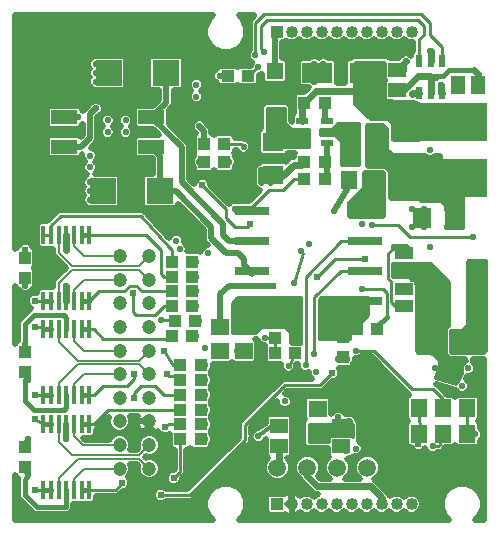
<source format=gbl>
G75*
G70*
%OFA0B0*%
%FSLAX24Y24*%
%IPPOS*%
%LPD*%
%AMOC8*
5,1,8,0,0,1.08239X$1,22.5*
%
%ADD10R,0.0433X0.0394*%
%ADD11R,0.0236X0.0413*%
%ADD12R,0.0591X0.0512*%
%ADD13R,0.0512X0.0591*%
%ADD14R,0.0591X0.0551*%
%ADD15R,0.0551X0.0591*%
%ADD16R,0.0551X0.0551*%
%ADD17R,0.0394X0.0433*%
%ADD18C,0.0472*%
%ADD19R,0.0394X0.0197*%
%ADD20R,0.0709X0.0630*%
%ADD21R,0.3228X0.1299*%
%ADD22R,0.0984X0.0669*%
%ADD23R,0.0400X0.0400*%
%ADD24C,0.0400*%
%ADD25R,0.0591X0.0394*%
%ADD26R,0.0591X0.1299*%
%ADD27R,0.0630X0.0709*%
%ADD28R,0.0138X0.0630*%
%ADD29R,0.1181X0.0315*%
%ADD30R,0.0890X0.0850*%
%ADD31R,0.0870X0.0472*%
%ADD32C,0.0218*%
%ADD33C,0.0098*%
%ADD34C,0.0237*%
%ADD35C,0.0197*%
%ADD36C,0.0591*%
%ADD37C,0.0217*%
%ADD38C,0.0160*%
%ADD39C,0.0157*%
%ADD40C,0.0138*%
%ADD41C,0.0059*%
%ADD42C,0.0079*%
D10*
X021433Y015583D03*
X022102Y015583D03*
X023992Y014697D03*
X024661Y014697D03*
X025756Y007162D03*
X026426Y007162D03*
D11*
X027822Y015026D03*
X028196Y015026D03*
X028570Y015026D03*
X028570Y016089D03*
X028196Y016089D03*
X027822Y016089D03*
D12*
X027080Y015793D03*
X027080Y015123D03*
X025212Y003910D03*
X025212Y003241D03*
X023145Y003241D03*
X023145Y003910D03*
D13*
X025527Y012926D03*
X026275Y012926D03*
X026275Y013713D03*
X025527Y013713D03*
X029110Y015288D03*
X029779Y015288D03*
D14*
X021964Y007227D03*
X021177Y007227D03*
X021177Y006420D03*
X021964Y006420D03*
X024429Y004497D03*
X024429Y003690D03*
D15*
X027801Y003654D03*
X028608Y003654D03*
X029415Y003654D03*
X029415Y004520D03*
X028608Y004520D03*
X027801Y004520D03*
X026289Y012116D03*
X025482Y012116D03*
D16*
X023007Y014245D03*
X023007Y015741D03*
D17*
X021314Y013319D03*
X021314Y012729D03*
X020645Y012729D03*
X020645Y013319D03*
X023992Y012729D03*
X023992Y012138D03*
X024661Y012138D03*
X024661Y012729D03*
X020232Y009382D03*
X020232Y008890D03*
X020232Y008398D03*
X020232Y007906D03*
X020330Y007414D03*
X020232Y006922D03*
X019563Y006922D03*
X019661Y007414D03*
X019563Y007906D03*
X019563Y008398D03*
X019563Y008890D03*
X019563Y009382D03*
X019858Y005937D03*
X019858Y005445D03*
X019858Y004953D03*
X019858Y004461D03*
X019858Y003969D03*
X019858Y003477D03*
X020527Y003477D03*
X020527Y003969D03*
X020527Y004461D03*
X020527Y004953D03*
X020527Y005445D03*
X020527Y005937D03*
X023007Y006331D03*
X023007Y006863D03*
X023677Y006863D03*
X023677Y006331D03*
X025271Y006213D03*
X025271Y006882D03*
X014681Y006371D03*
X014681Y005701D03*
X014681Y003221D03*
X014681Y002552D03*
X014681Y008851D03*
X014681Y009520D03*
D18*
X017830Y009579D03*
X017830Y008792D03*
X017830Y008004D03*
X017830Y007217D03*
X017830Y006430D03*
X017830Y005642D03*
X017830Y004855D03*
X017830Y004067D03*
X017830Y003280D03*
X017830Y002493D03*
X018814Y002493D03*
X018814Y003280D03*
X018814Y004067D03*
X018814Y004855D03*
X018814Y005642D03*
X018814Y006430D03*
X018814Y007217D03*
X018814Y008004D03*
X018814Y008792D03*
X018814Y009579D03*
D19*
X023913Y013339D03*
X023913Y013713D03*
X023913Y014087D03*
X024740Y014087D03*
X024740Y013713D03*
X024740Y013339D03*
D20*
X022948Y013378D03*
X022948Y012276D03*
D21*
X028460Y012197D03*
X028460Y014048D03*
D22*
X026000Y015682D03*
X024425Y015682D03*
D23*
X023061Y017060D03*
X023061Y001311D03*
D24*
X023561Y001311D03*
X024061Y001311D03*
X024561Y001311D03*
X025061Y001311D03*
X025561Y001311D03*
X026061Y001311D03*
X026561Y001311D03*
X027061Y001311D03*
X027561Y001311D03*
X027561Y017060D03*
X027061Y017060D03*
X026561Y017060D03*
X026061Y017060D03*
X025561Y017060D03*
X025061Y017060D03*
X024561Y017060D03*
X024061Y017060D03*
X023561Y017060D03*
D25*
X027299Y009678D03*
X027299Y009087D03*
X027299Y008497D03*
X027299Y007906D03*
D26*
X029779Y008792D03*
D27*
X029011Y010859D03*
X027909Y010859D03*
X028047Y006764D03*
X029149Y006764D03*
D28*
X016826Y007138D03*
X016570Y007138D03*
X016314Y007138D03*
X016059Y007138D03*
X015803Y007138D03*
X015547Y007138D03*
X015291Y007138D03*
X015291Y008083D03*
X015547Y008083D03*
X015803Y008083D03*
X016059Y008083D03*
X016314Y008083D03*
X016570Y008083D03*
X016826Y008083D03*
X016826Y010288D03*
X016570Y010288D03*
X016314Y010288D03*
X016059Y010288D03*
X015803Y010288D03*
X015547Y010288D03*
X015291Y010288D03*
X015291Y004934D03*
X015547Y004934D03*
X015803Y004934D03*
X016059Y004934D03*
X016314Y004934D03*
X016570Y004934D03*
X016826Y004934D03*
X016826Y003989D03*
X016570Y003989D03*
X016314Y003989D03*
X016059Y003989D03*
X015803Y003989D03*
X015547Y003989D03*
X015291Y003989D03*
X015291Y001784D03*
X015547Y001784D03*
X015803Y001784D03*
X016059Y001784D03*
X016314Y001784D03*
X016570Y001784D03*
X016826Y001784D03*
D29*
X022240Y008079D03*
X022240Y009079D03*
X022240Y010079D03*
X022240Y011079D03*
X026019Y011079D03*
X026019Y010079D03*
X026019Y009079D03*
X026019Y008079D03*
D30*
X019184Y011745D03*
X017264Y011745D03*
X017461Y015682D03*
X019381Y015682D03*
D31*
X018893Y014205D03*
X018893Y013221D03*
X015980Y013221D03*
X015980Y014205D03*
D32*
X016452Y014205D03*
X017043Y014500D03*
X017437Y014107D03*
X017437Y013713D03*
X018027Y013713D03*
X018027Y014107D03*
X017043Y015386D03*
X017043Y015682D03*
X017043Y015977D03*
X016846Y012926D03*
X016846Y012532D03*
X016846Y012040D03*
X016846Y011745D03*
X016846Y011449D03*
X016059Y009776D03*
X016059Y008595D03*
X014681Y008595D03*
X014779Y005445D03*
X014779Y003477D03*
X014779Y002296D03*
X016059Y003477D03*
X019208Y007453D03*
X020389Y007906D03*
X020389Y008398D03*
X020389Y008890D03*
X020370Y009382D03*
X020783Y009678D03*
X019838Y009815D03*
X019720Y010091D03*
X021669Y011154D03*
X022555Y012040D03*
X022850Y012040D03*
X022555Y012434D03*
X021964Y013221D03*
X021472Y012729D03*
X020488Y012729D03*
X020488Y013910D03*
X020389Y014894D03*
X020389Y015288D03*
X021177Y015583D03*
X022456Y015878D03*
X022358Y016272D03*
X022653Y016371D03*
X024326Y015977D03*
X024622Y015977D03*
X024326Y015386D03*
X025311Y013910D03*
X025311Y013516D03*
X025311Y013123D03*
X025311Y012729D03*
X026098Y012926D03*
X026492Y012926D03*
X026492Y013516D03*
X026177Y013516D03*
X025704Y013910D03*
X027574Y014993D03*
X028165Y015583D03*
X028559Y015288D03*
X029051Y015091D03*
X028185Y016410D03*
X027377Y016075D03*
X028165Y013123D03*
X026492Y011646D03*
X026295Y011351D03*
X026098Y011646D03*
X025901Y010662D03*
X026255Y010603D03*
X026984Y009874D03*
X027377Y009874D03*
X027574Y010563D03*
X027968Y010563D03*
X027968Y011154D03*
X027574Y011154D03*
X028755Y011154D03*
X029248Y011154D03*
X029248Y010563D03*
X028755Y010563D03*
X029602Y010209D03*
X029937Y009382D03*
X029937Y008831D03*
X029937Y008300D03*
X028165Y009874D03*
X025901Y008497D03*
X024720Y008004D03*
X024720Y007611D03*
X024326Y006311D03*
X024031Y005937D03*
X023460Y005918D03*
X024385Y005701D03*
X025114Y006154D03*
X025409Y006154D03*
X025704Y006430D03*
X024444Y004422D03*
X025114Y004205D03*
X025488Y004067D03*
X025704Y003162D03*
X025389Y003083D03*
X023342Y004737D03*
X022456Y003575D03*
X020685Y003477D03*
X020685Y003969D03*
X020685Y004461D03*
X020685Y004953D03*
X020685Y005445D03*
X020685Y005937D03*
X020685Y006528D03*
X020980Y006528D03*
X020389Y006922D03*
X020488Y007414D03*
X021728Y006410D03*
X022673Y006863D03*
X023342Y007611D03*
X023342Y008004D03*
X023637Y008693D03*
X023874Y009737D03*
X024129Y009973D03*
X024976Y011075D03*
X028657Y005937D03*
X028559Y005642D03*
X028342Y005839D03*
X028854Y005544D03*
X028952Y005839D03*
X029444Y005839D03*
X029248Y005249D03*
X029681Y003634D03*
X028263Y003241D03*
D33*
X028460Y003241D01*
X028618Y003556D01*
X028608Y003654D01*
X027830Y003595D02*
X027825Y003556D01*
X027801Y003654D01*
X027830Y003595D02*
X027801Y004520D01*
X027574Y005150D02*
X026295Y006430D01*
X025704Y006430D01*
X025507Y006823D02*
X024475Y006823D01*
X024475Y008140D01*
X024536Y008201D01*
X026098Y008201D01*
X026098Y007611D01*
X025803Y007315D01*
X025507Y007119D01*
X025507Y006823D01*
X025507Y006827D02*
X024475Y006827D01*
X024475Y006924D02*
X025507Y006924D01*
X025507Y007021D02*
X024475Y007021D01*
X024475Y007118D02*
X025507Y007118D01*
X025652Y007215D02*
X024475Y007215D01*
X024475Y007312D02*
X025797Y007312D01*
X025896Y007409D02*
X024475Y007409D01*
X024475Y007506D02*
X025993Y007506D01*
X026090Y007603D02*
X024475Y007603D01*
X024475Y007700D02*
X026098Y007700D01*
X026098Y007797D02*
X024475Y007797D01*
X024475Y007894D02*
X026098Y007894D01*
X026098Y007991D02*
X024475Y007991D01*
X024475Y008088D02*
X026098Y008088D01*
X026098Y008185D02*
X024519Y008185D01*
X024326Y008201D02*
X025212Y009087D01*
X026011Y009087D01*
X026019Y009079D01*
X026000Y009481D02*
X025015Y009481D01*
X024425Y008890D01*
X024031Y008890D02*
X025212Y010071D01*
X026011Y010071D01*
X026019Y010079D01*
X026255Y010603D02*
X027122Y010603D01*
X027515Y010209D01*
X029602Y010209D01*
X029444Y009461D02*
X030033Y009461D01*
X030033Y006427D01*
X029956Y006351D01*
X028893Y006351D01*
X028854Y006390D01*
X028854Y007099D01*
X029208Y007099D01*
X029405Y007296D01*
X029405Y009422D01*
X029444Y009461D01*
X029429Y009445D02*
X030033Y009445D01*
X030033Y009348D02*
X029405Y009348D01*
X029405Y009251D02*
X030033Y009251D01*
X030033Y009154D02*
X029405Y009154D01*
X029405Y009057D02*
X030033Y009057D01*
X030033Y008960D02*
X029405Y008960D01*
X029405Y008863D02*
X030033Y008863D01*
X030033Y008766D02*
X029405Y008766D01*
X029405Y008669D02*
X030033Y008669D01*
X030033Y008572D02*
X029405Y008572D01*
X029405Y008476D02*
X030033Y008476D01*
X030033Y008379D02*
X029405Y008379D01*
X029405Y008282D02*
X030033Y008282D01*
X030033Y008185D02*
X029405Y008185D01*
X029405Y008088D02*
X030033Y008088D01*
X030033Y007991D02*
X029405Y007991D01*
X029405Y007894D02*
X030033Y007894D01*
X030033Y007797D02*
X029405Y007797D01*
X029405Y007700D02*
X030033Y007700D01*
X030033Y007603D02*
X029405Y007603D01*
X029405Y007506D02*
X030033Y007506D01*
X030033Y007409D02*
X029405Y007409D01*
X029405Y007312D02*
X030033Y007312D01*
X030033Y007215D02*
X029324Y007215D01*
X029227Y007118D02*
X030033Y007118D01*
X030033Y007021D02*
X028854Y007021D01*
X028854Y006924D02*
X030033Y006924D01*
X030033Y006827D02*
X028854Y006827D01*
X028854Y006730D02*
X030033Y006730D01*
X030033Y006633D02*
X028854Y006633D01*
X028854Y006536D02*
X030033Y006536D01*
X030033Y006439D02*
X028854Y006439D01*
X028705Y006439D02*
X027712Y006439D01*
X027712Y006430D02*
X027712Y008634D01*
X027693Y008653D01*
X027693Y008734D01*
X027635Y008793D01*
X027554Y008793D01*
X027476Y008871D01*
X026938Y008871D01*
X026916Y008893D01*
X026916Y009343D01*
X028185Y009343D01*
X028814Y008713D01*
X028814Y007247D01*
X028792Y007247D01*
X028705Y007160D01*
X028705Y006329D01*
X028792Y006242D01*
X028832Y006202D01*
X028955Y006202D01*
X029323Y006202D01*
X029405Y006115D01*
X029379Y006047D01*
X029358Y006047D01*
X029236Y005925D01*
X029236Y005753D01*
X029259Y005730D01*
X029150Y005445D01*
X029039Y005335D01*
X029039Y005304D01*
X028342Y005524D01*
X028500Y006075D01*
X028224Y006351D01*
X027791Y006351D01*
X027712Y006430D01*
X027712Y006536D02*
X028705Y006536D01*
X028705Y006633D02*
X027712Y006633D01*
X027712Y006730D02*
X028705Y006730D01*
X028705Y006827D02*
X027712Y006827D01*
X027712Y006924D02*
X028705Y006924D01*
X028705Y007021D02*
X027712Y007021D01*
X027712Y007118D02*
X028705Y007118D01*
X028760Y007215D02*
X027712Y007215D01*
X027712Y007312D02*
X028814Y007312D01*
X028814Y007409D02*
X027712Y007409D01*
X027712Y007506D02*
X028814Y007506D01*
X028814Y007603D02*
X027712Y007603D01*
X027712Y007700D02*
X028814Y007700D01*
X028814Y007797D02*
X027712Y007797D01*
X027712Y007894D02*
X028814Y007894D01*
X028814Y007991D02*
X027712Y007991D01*
X027712Y008088D02*
X028814Y008088D01*
X028814Y008185D02*
X027712Y008185D01*
X027712Y008282D02*
X028814Y008282D01*
X028814Y008379D02*
X027712Y008379D01*
X027712Y008476D02*
X028814Y008476D01*
X028814Y008572D02*
X027712Y008572D01*
X027693Y008669D02*
X028814Y008669D01*
X028761Y008766D02*
X027661Y008766D01*
X027483Y008863D02*
X028664Y008863D01*
X028567Y008960D02*
X026916Y008960D01*
X026916Y009057D02*
X028470Y009057D01*
X028373Y009154D02*
X026916Y009154D01*
X026916Y009251D02*
X028276Y009251D01*
X026984Y009874D02*
X026767Y009658D01*
X026767Y008831D01*
X026885Y008713D01*
X026885Y008044D01*
X027023Y007906D01*
X027299Y007906D01*
X026728Y007563D02*
X026728Y008359D01*
X026610Y008497D01*
X025901Y008497D01*
X024326Y008201D02*
X024326Y006311D01*
X024031Y005937D02*
X024031Y008890D01*
X023637Y008693D02*
X023933Y009678D01*
X023874Y009737D01*
X023883Y008201D02*
X023883Y006647D01*
X023539Y006647D01*
X023539Y007020D01*
X023342Y007217D01*
X022555Y007217D01*
X022358Y007020D01*
X021571Y007020D01*
X021571Y007544D01*
X021570Y007544D01*
X021570Y008004D01*
X021767Y008201D01*
X023883Y008201D01*
X023883Y008185D02*
X021751Y008185D01*
X021654Y008088D02*
X023883Y008088D01*
X023883Y007991D02*
X021570Y007991D01*
X021570Y007894D02*
X023883Y007894D01*
X023883Y007797D02*
X021570Y007797D01*
X021570Y007700D02*
X023883Y007700D01*
X023883Y007603D02*
X021570Y007603D01*
X021571Y007506D02*
X023883Y007506D01*
X023883Y007409D02*
X021571Y007409D01*
X021571Y007312D02*
X023883Y007312D01*
X023883Y007215D02*
X023344Y007215D01*
X023441Y007118D02*
X023883Y007118D01*
X023883Y007021D02*
X023538Y007021D01*
X023539Y006924D02*
X023883Y006924D01*
X023883Y006827D02*
X023539Y006827D01*
X023539Y006730D02*
X023883Y006730D01*
X023677Y006331D02*
X023460Y005918D01*
X023007Y006331D02*
X023007Y006863D01*
X022673Y006863D01*
X022456Y007118D02*
X021571Y007118D01*
X021571Y007215D02*
X022553Y007215D01*
X022359Y007021D02*
X021571Y007021D01*
X021865Y007119D02*
X021866Y007145D01*
X021871Y007170D01*
X021879Y007195D01*
X021890Y007218D01*
X021904Y007240D01*
X021921Y007260D01*
X021941Y007277D01*
X021963Y007291D01*
X021986Y007302D01*
X022011Y007310D01*
X022036Y007315D01*
X022062Y007316D01*
X021964Y006420D02*
X021728Y006410D01*
X021177Y006420D02*
X020980Y006528D01*
X019858Y005937D02*
X019622Y005937D01*
X019326Y006430D01*
X019503Y006823D02*
X019563Y006882D01*
X019563Y006922D01*
X019503Y006823D02*
X017279Y006823D01*
X016964Y007138D01*
X016826Y007138D01*
X016826Y008083D02*
X017141Y008398D01*
X017988Y008398D01*
X018185Y008595D01*
X018381Y008595D01*
X018578Y008398D01*
X019563Y008398D01*
X019563Y008890D02*
X019307Y008890D01*
X019208Y008989D01*
X019208Y009776D01*
X018696Y010288D01*
X016826Y010288D01*
X015862Y010918D02*
X015547Y010603D01*
X015547Y010288D01*
X015291Y010288D01*
X015862Y010918D02*
X018539Y010918D01*
X019464Y009894D01*
X019563Y009796D01*
X019563Y009382D01*
X018263Y008359D02*
X018263Y007729D01*
X018381Y007611D01*
X019011Y007611D01*
X019326Y007926D01*
X019543Y007926D01*
X019563Y007906D01*
X019602Y007493D02*
X019563Y007453D01*
X019208Y007453D01*
X019602Y007493D02*
X019661Y007434D01*
X019661Y007414D01*
X019405Y005642D02*
X019464Y005583D01*
X019661Y005583D01*
X019858Y005445D01*
X019858Y004953D02*
X019307Y004953D01*
X019011Y005249D01*
X018539Y005249D01*
X018303Y005012D01*
X018303Y004855D01*
X018066Y005249D02*
X017279Y005249D01*
X016964Y004934D01*
X016826Y004934D01*
X017437Y004461D02*
X016964Y003989D01*
X016826Y003989D01*
X017437Y004461D02*
X019858Y004461D01*
X019858Y003969D02*
X019464Y003969D01*
X019346Y003871D01*
X019858Y003477D02*
X019858Y002394D01*
X019641Y002178D01*
X019208Y001607D02*
X020173Y001607D01*
X022003Y003437D01*
X022003Y003949D01*
X023342Y005288D01*
X024523Y005288D01*
X024917Y005682D01*
X025114Y006154D02*
X025271Y006213D01*
X025606Y003969D02*
X024129Y003969D01*
X024129Y003378D01*
X024818Y003378D01*
X024818Y003538D01*
X024876Y003596D01*
X025548Y003596D01*
X025606Y003538D01*
X025606Y003969D01*
X025606Y003918D02*
X024129Y003918D01*
X024129Y003821D02*
X025606Y003821D01*
X025606Y003724D02*
X024129Y003724D01*
X024129Y003627D02*
X025606Y003627D01*
X024818Y003530D02*
X024129Y003530D01*
X024129Y003433D02*
X024818Y003433D01*
X023145Y003241D02*
X023145Y002611D01*
X023066Y002532D01*
X023082Y002532D01*
X023090Y002524D01*
X027791Y003319D02*
X027825Y003556D01*
X028608Y004520D02*
X028608Y004806D01*
X028263Y005150D01*
X027574Y005150D01*
X028354Y005566D02*
X029196Y005566D01*
X029159Y005469D02*
X028515Y005469D01*
X028382Y005663D02*
X029233Y005663D01*
X029236Y005760D02*
X028410Y005760D01*
X028437Y005857D02*
X029236Y005857D01*
X029265Y005954D02*
X028465Y005954D01*
X028493Y006051D02*
X029381Y006051D01*
X029373Y006148D02*
X028427Y006148D01*
X028330Y006245D02*
X028789Y006245D01*
X028705Y006342D02*
X028233Y006342D01*
X028822Y005373D02*
X029077Y005373D01*
X029415Y004520D02*
X029415Y003654D01*
X029681Y003634D01*
X027968Y010563D02*
X027909Y010859D01*
X025803Y012630D02*
X025212Y012630D01*
X025212Y013418D01*
X025015Y013615D01*
X024523Y013615D01*
X025803Y013615D01*
X025803Y013712D02*
X024523Y013712D01*
X024523Y013809D02*
X025803Y013809D01*
X025803Y013906D02*
X025011Y013906D01*
X024917Y013811D02*
X025114Y014008D01*
X025803Y014008D01*
X025803Y012630D01*
X025803Y012645D02*
X025212Y012645D01*
X025212Y012742D02*
X025803Y012742D01*
X025803Y012839D02*
X025212Y012839D01*
X025212Y012936D02*
X025803Y012936D01*
X025803Y013033D02*
X025212Y013033D01*
X025212Y013130D02*
X025803Y013130D01*
X025803Y013227D02*
X025212Y013227D01*
X025212Y013324D02*
X025803Y013324D01*
X025803Y013421D02*
X025209Y013421D01*
X025112Y013518D02*
X025803Y013518D01*
X025527Y013713D02*
X025704Y013910D01*
X025803Y014003D02*
X025108Y014003D01*
X024917Y013811D02*
X024523Y013811D01*
X024523Y013615D01*
X024129Y013615D02*
X022751Y013615D01*
X022751Y013712D02*
X024129Y013712D01*
X024129Y013809D02*
X022751Y013809D01*
X022751Y013906D02*
X023445Y013906D01*
X023539Y013811D02*
X024129Y013811D01*
X024129Y013221D01*
X022751Y013221D01*
X022751Y014500D01*
X023342Y014500D01*
X023342Y014008D01*
X023539Y013811D01*
X023348Y014003D02*
X022751Y014003D01*
X022751Y014100D02*
X023342Y014100D01*
X023342Y014197D02*
X022751Y014197D01*
X022751Y014294D02*
X023342Y014294D01*
X023342Y014391D02*
X022751Y014391D01*
X022751Y014488D02*
X023342Y014488D01*
X022751Y013518D02*
X024129Y013518D01*
X024129Y013421D02*
X022751Y013421D01*
X022751Y013324D02*
X024129Y013324D01*
X024129Y013227D02*
X022751Y013227D01*
X021964Y013221D02*
X021866Y013319D01*
X021314Y013319D01*
X021314Y012729D02*
X021472Y012729D01*
X020586Y011941D02*
X021374Y011154D01*
X021374Y010859D01*
X021669Y010563D01*
X022063Y010563D01*
X022161Y010662D01*
X022165Y011154D02*
X022795Y011784D01*
X023283Y011784D01*
X023637Y012138D01*
X024031Y012138D01*
X025311Y013123D02*
X025527Y012926D01*
X024425Y015682D02*
X024326Y015977D01*
X022653Y016371D02*
X022555Y016469D01*
X022555Y017256D01*
X022751Y017453D01*
X027771Y017453D01*
X027968Y017256D01*
X027968Y016961D01*
X027822Y016815D01*
X027822Y016089D01*
X028570Y016089D02*
X028570Y016556D01*
X028165Y016961D01*
X028165Y017355D01*
X027870Y017650D01*
X022653Y017650D01*
X022358Y017355D01*
X022358Y016272D01*
X022456Y015878D02*
X022102Y015583D01*
X021433Y015583D02*
X021177Y015583D01*
X017461Y015682D02*
X017043Y015682D01*
X016846Y011745D02*
X017264Y011745D01*
X015291Y008083D02*
X014996Y008083D01*
X014996Y007217D02*
X015311Y007217D01*
X015311Y007158D01*
X015291Y007138D01*
X015291Y004934D02*
X014996Y004934D01*
X014996Y004146D02*
X015291Y003989D01*
X015291Y001784D02*
X014996Y001784D01*
X016826Y001784D02*
X017712Y001784D01*
X017909Y002020D01*
X018066Y005249D02*
X018303Y005485D01*
X018303Y005642D01*
D34*
X018303Y005642D03*
X018303Y004855D03*
X019346Y003871D03*
X020389Y002886D03*
X019641Y002178D03*
X019208Y001607D03*
X017909Y002020D03*
X014996Y001784D03*
X014996Y004146D03*
X014996Y004934D03*
X014681Y006626D03*
X014996Y007217D03*
X014996Y008083D03*
X014681Y009776D03*
X014484Y012138D03*
X014484Y013319D03*
X014484Y014500D03*
X014484Y015682D03*
X020586Y011941D03*
X022161Y010662D03*
X022948Y008595D03*
X024425Y008890D03*
X026000Y009481D03*
X024917Y005682D03*
X027791Y003319D03*
X021866Y007119D03*
X019405Y005642D03*
X019326Y006430D03*
X018263Y008359D03*
D35*
X014338Y002271D02*
X014338Y000772D01*
X020949Y000772D01*
X020796Y000925D01*
X020692Y001176D01*
X020692Y001447D01*
X020796Y001698D01*
X020987Y001889D01*
X021238Y001993D01*
X021509Y001993D01*
X021760Y001889D01*
X021951Y001698D01*
X022055Y001447D01*
X022055Y001176D01*
X021951Y000925D01*
X021798Y000772D01*
X028823Y000772D01*
X028670Y000925D01*
X028566Y001176D01*
X028566Y001447D01*
X028670Y001698D01*
X028861Y001889D01*
X029112Y001993D01*
X029383Y001993D01*
X029634Y001889D01*
X029825Y001698D01*
X029929Y001447D01*
X029929Y001176D01*
X029825Y000925D01*
X029672Y000772D01*
X029983Y000772D01*
X029983Y006153D01*
X029604Y006153D01*
X029619Y006121D01*
X029601Y006075D01*
X029601Y006047D01*
X029663Y005985D01*
X029702Y005890D01*
X029702Y005788D01*
X029663Y005693D01*
X029590Y005621D01*
X029496Y005582D01*
X029413Y005582D01*
X029373Y005475D01*
X029393Y005467D01*
X029466Y005394D01*
X029505Y005300D01*
X029505Y005197D01*
X029466Y005103D01*
X029393Y005030D01*
X029299Y004991D01*
X029196Y004991D01*
X029102Y005030D01*
X029035Y005098D01*
X029025Y005101D01*
X028392Y005301D01*
X028461Y005232D01*
X028729Y004964D01*
X028945Y004964D01*
X029011Y004897D01*
X029078Y004964D01*
X029752Y004964D01*
X029839Y004877D01*
X029839Y004163D01*
X029763Y004087D01*
X029839Y004011D01*
X029839Y003840D01*
X029899Y003780D01*
X029938Y003686D01*
X029938Y003583D01*
X029899Y003489D01*
X029839Y003429D01*
X029839Y003297D01*
X029752Y003210D01*
X029078Y003210D01*
X029011Y003277D01*
X028945Y003210D01*
X028666Y003210D01*
X028658Y003194D01*
X028658Y003159D01*
X028623Y003124D01*
X028600Y003079D01*
X028567Y003068D01*
X028542Y003043D01*
X028492Y003043D01*
X028445Y003027D01*
X028424Y003038D01*
X028409Y003022D01*
X028314Y002983D01*
X028212Y002983D01*
X028118Y003022D01*
X028045Y003095D01*
X028016Y003166D01*
X027942Y003093D01*
X027844Y003052D01*
X027738Y003052D01*
X027640Y003093D01*
X027564Y003168D01*
X027547Y003210D01*
X027464Y003210D01*
X027377Y003297D01*
X027377Y004011D01*
X027453Y004087D01*
X027377Y004163D01*
X027377Y004877D01*
X027464Y004964D01*
X027481Y004964D01*
X026213Y006232D01*
X025871Y006232D01*
X025850Y006211D01*
X025755Y006172D01*
X025666Y006172D01*
X025666Y006103D01*
X025627Y006008D01*
X025616Y005998D01*
X025616Y005935D01*
X025529Y005848D01*
X025128Y005848D01*
X025143Y005833D01*
X025184Y005735D01*
X025184Y005628D01*
X025143Y005530D01*
X025068Y005455D01*
X024970Y005414D01*
X024929Y005414D01*
X024605Y005090D01*
X024441Y005090D01*
X023424Y005090D01*
X023328Y004994D01*
X023393Y004994D01*
X023488Y004955D01*
X023560Y004882D01*
X023599Y004788D01*
X023599Y004685D01*
X023560Y004591D01*
X023488Y004519D01*
X023393Y004479D01*
X023291Y004479D01*
X023196Y004519D01*
X023124Y004591D01*
X023085Y004685D01*
X023085Y004751D01*
X022201Y003867D01*
X022201Y003632D01*
X022238Y003721D01*
X022310Y003793D01*
X022405Y003833D01*
X022439Y003833D01*
X022701Y004027D01*
X022701Y004227D01*
X022788Y004314D01*
X023502Y004314D01*
X023589Y004227D01*
X023589Y003593D01*
X023572Y003575D01*
X023589Y003558D01*
X023589Y002923D01*
X023502Y002836D01*
X023405Y002836D01*
X023466Y002775D01*
X023534Y002612D01*
X023534Y002436D01*
X023466Y002273D01*
X023341Y002148D01*
X023178Y002080D01*
X023002Y002080D01*
X022839Y002148D01*
X022714Y002273D01*
X022646Y002436D01*
X022646Y002612D01*
X022714Y002775D01*
X022782Y002843D01*
X022701Y002923D01*
X022701Y003486D01*
X022696Y003483D01*
X022674Y003429D01*
X022602Y003357D01*
X022507Y003318D01*
X022405Y003318D01*
X022310Y003357D01*
X022238Y003429D01*
X022201Y003519D01*
X022201Y003356D01*
X022085Y003240D01*
X020255Y001409D01*
X020091Y001409D01*
X019388Y001409D01*
X019359Y001380D01*
X019261Y001340D01*
X019155Y001340D01*
X019057Y001380D01*
X018982Y001455D01*
X018941Y001554D01*
X018941Y001660D01*
X018982Y001758D01*
X019057Y001833D01*
X019155Y001874D01*
X019261Y001874D01*
X019359Y001833D01*
X019388Y001804D01*
X020091Y001804D01*
X021806Y003519D01*
X021806Y003867D01*
X021806Y004031D01*
X023260Y005485D01*
X023424Y005485D01*
X024237Y005485D01*
X024167Y005555D01*
X024128Y005650D01*
X024128Y005699D01*
X024082Y005680D01*
X023980Y005680D01*
X023885Y005719D01*
X023813Y005792D01*
X023774Y005886D01*
X023774Y005966D01*
X023717Y005966D01*
X023717Y005867D01*
X023678Y005772D01*
X023606Y005700D01*
X023511Y005660D01*
X023409Y005660D01*
X023314Y005700D01*
X023242Y005772D01*
X023203Y005867D01*
X023203Y005966D01*
X022749Y005966D01*
X022662Y006053D01*
X022662Y006605D01*
X022622Y006605D01*
X022527Y006645D01*
X022455Y006717D01*
X022415Y006811D01*
X022415Y006823D01*
X022342Y006823D01*
X022408Y006757D01*
X022408Y006083D01*
X022321Y005996D01*
X021607Y005996D01*
X021570Y006033D01*
X021533Y005996D01*
X020939Y005996D01*
X020942Y005989D01*
X020942Y005886D01*
X020903Y005792D01*
X020872Y005761D01*
X020872Y005659D01*
X020872Y005621D01*
X020903Y005591D01*
X020942Y005497D01*
X020942Y005394D01*
X020903Y005300D01*
X020872Y005269D01*
X020872Y005231D01*
X020872Y005129D01*
X020903Y005099D01*
X020942Y005004D01*
X020942Y004902D01*
X020903Y004807D01*
X020872Y004777D01*
X020872Y004739D01*
X020872Y004637D01*
X020903Y004607D01*
X020942Y004512D01*
X020942Y004410D01*
X020903Y004315D01*
X020872Y004285D01*
X020872Y004247D01*
X020872Y004145D01*
X020903Y004115D01*
X020942Y004020D01*
X020942Y003918D01*
X020903Y003823D01*
X020872Y003793D01*
X020872Y003755D01*
X020872Y003653D01*
X020903Y003623D01*
X020942Y003528D01*
X020942Y003426D01*
X020903Y003331D01*
X020872Y003301D01*
X020872Y003199D01*
X020785Y003112D01*
X020269Y003112D01*
X020192Y003188D01*
X020116Y003112D01*
X020055Y003112D01*
X020055Y002476D01*
X020055Y002312D01*
X019908Y002165D01*
X019908Y002124D01*
X019868Y002026D01*
X019793Y001951D01*
X019694Y001910D01*
X019588Y001910D01*
X019490Y001951D01*
X019415Y002026D01*
X019374Y002124D01*
X019374Y002231D01*
X019415Y002329D01*
X019490Y002404D01*
X019588Y002445D01*
X019629Y002445D01*
X019660Y002476D01*
X019660Y003112D01*
X019599Y003112D01*
X019513Y003199D01*
X019513Y003659D01*
X019497Y003644D01*
X019399Y003603D01*
X019293Y003603D01*
X019195Y003644D01*
X019119Y003719D01*
X019108Y003746D01*
X019098Y003736D01*
X019042Y003696D01*
X018981Y003665D01*
X018931Y003648D01*
X019032Y003606D01*
X019141Y003498D01*
X019199Y003356D01*
X019199Y003203D01*
X019141Y003062D01*
X019032Y002954D01*
X018891Y002895D01*
X018738Y002895D01*
X018698Y002912D01*
X018672Y002886D01*
X018698Y002861D01*
X018738Y002877D01*
X018891Y002877D01*
X019032Y002819D01*
X019141Y002710D01*
X019199Y002569D01*
X019199Y002416D01*
X019141Y002275D01*
X019032Y002166D01*
X018891Y002108D01*
X018738Y002108D01*
X018597Y002166D01*
X018488Y002275D01*
X018430Y002416D01*
X018430Y002569D01*
X018446Y002609D01*
X018406Y002649D01*
X018182Y002649D01*
X018215Y002569D01*
X018215Y002416D01*
X018156Y002275D01*
X018094Y002213D01*
X018135Y002171D01*
X018176Y002073D01*
X018176Y001967D01*
X018135Y001869D01*
X018060Y001794D01*
X017962Y001753D01*
X017944Y001753D01*
X017910Y001712D01*
X017910Y001702D01*
X017858Y001651D01*
X017812Y001595D01*
X017801Y001594D01*
X017794Y001586D01*
X017721Y001586D01*
X017648Y001580D01*
X017641Y001586D01*
X017044Y001586D01*
X017044Y001407D01*
X016957Y001321D01*
X016701Y001321D01*
X016445Y001321D01*
X016286Y001321D01*
X016286Y001119D01*
X016153Y000986D01*
X015964Y000986D01*
X014980Y000986D01*
X014847Y001119D01*
X014453Y001513D01*
X014453Y001701D01*
X014453Y002062D01*
X014435Y002116D01*
X014453Y002153D01*
X014453Y002187D01*
X014422Y002187D01*
X014338Y002271D01*
X014338Y002087D02*
X014445Y002087D01*
X014453Y001892D02*
X014338Y001892D01*
X014338Y001696D02*
X014453Y001696D01*
X014465Y001501D02*
X014338Y001501D01*
X014338Y001306D02*
X014660Y001306D01*
X014856Y001110D02*
X014338Y001110D01*
X014338Y000915D02*
X020806Y000915D01*
X020719Y001110D02*
X016277Y001110D01*
X016286Y001306D02*
X020692Y001306D01*
X020586Y001213D02*
X020586Y001508D01*
X021275Y002197D01*
X022751Y002197D01*
X023145Y001804D01*
X023637Y001804D01*
X023637Y001705D01*
X023539Y001607D01*
X023539Y001311D01*
X023560Y001311D02*
X023409Y001311D01*
X023409Y001312D01*
X023560Y001312D01*
X023560Y001710D01*
X023521Y001710D01*
X023444Y001695D01*
X023372Y001665D01*
X023339Y001643D01*
X023322Y001660D01*
X022799Y001660D01*
X022712Y001573D01*
X022712Y001050D01*
X022799Y000963D01*
X023322Y000963D01*
X023339Y000980D01*
X023372Y000958D01*
X023444Y000928D01*
X023521Y000913D01*
X023560Y000913D01*
X023560Y001311D01*
X023560Y001312D01*
X023561Y001312D01*
X023561Y001710D01*
X023600Y001710D01*
X023677Y001695D01*
X023749Y001665D01*
X023814Y001621D01*
X023846Y001590D01*
X023863Y001607D01*
X023991Y001660D01*
X024130Y001660D01*
X024258Y001607D01*
X024311Y001554D01*
X024363Y001607D01*
X024456Y001645D01*
X024374Y001645D01*
X024279Y001684D01*
X024207Y001757D01*
X023872Y002091D01*
X023851Y002143D01*
X023839Y002148D01*
X023714Y002273D01*
X023646Y002436D01*
X023646Y002612D01*
X023714Y002775D01*
X023839Y002900D01*
X024002Y002968D01*
X024178Y002968D01*
X024341Y002900D01*
X024466Y002775D01*
X024534Y002612D01*
X024534Y002436D01*
X024466Y002273D01*
X024442Y002248D01*
X024531Y002159D01*
X024828Y002159D01*
X024714Y002273D01*
X024646Y002436D01*
X024646Y002612D01*
X024714Y002775D01*
X024815Y002877D01*
X024768Y002923D01*
X024768Y003181D01*
X024211Y003181D01*
X024048Y003181D01*
X023932Y003297D01*
X023932Y004051D01*
X024013Y004132D01*
X023986Y004160D01*
X023986Y004834D01*
X024073Y004921D01*
X024786Y004921D01*
X024873Y004834D01*
X024873Y004314D01*
X024880Y004314D01*
X024896Y004351D01*
X024968Y004423D01*
X025062Y004462D01*
X025165Y004462D01*
X025259Y004423D01*
X025332Y004351D01*
X025347Y004314D01*
X025411Y004314D01*
X025436Y004325D01*
X025539Y004325D01*
X025564Y004314D01*
X025569Y004314D01*
X025572Y004311D01*
X025633Y004286D01*
X025706Y004213D01*
X025721Y004177D01*
X025736Y004162D01*
X025736Y004141D01*
X025745Y004119D01*
X025745Y004109D01*
X025803Y004051D01*
X025803Y003460D01*
X025803Y003399D01*
X025850Y003380D01*
X025922Y003308D01*
X025962Y003213D01*
X025962Y003111D01*
X025922Y003016D01*
X025850Y002944D01*
X025755Y002905D01*
X025653Y002905D01*
X025642Y002909D01*
X025569Y002836D01*
X025466Y002836D01*
X025440Y002826D01*
X025416Y002826D01*
X025466Y002775D01*
X025534Y002612D01*
X025534Y002436D01*
X025466Y002273D01*
X025352Y002159D01*
X025828Y002159D01*
X025714Y002273D01*
X025646Y002436D01*
X025646Y002612D01*
X025714Y002775D01*
X025839Y002900D01*
X026002Y002968D01*
X026178Y002968D01*
X026341Y002900D01*
X026466Y002775D01*
X026534Y002612D01*
X026534Y002436D01*
X026466Y002273D01*
X026341Y002148D01*
X026307Y002134D01*
X026342Y002120D01*
X026735Y001726D01*
X026808Y001654D01*
X026838Y001581D01*
X026863Y001607D01*
X026991Y001660D01*
X027130Y001660D01*
X027258Y001607D01*
X027311Y001554D01*
X027363Y001607D01*
X027491Y001660D01*
X027630Y001660D01*
X027758Y001607D01*
X027856Y001509D01*
X027909Y001381D01*
X027909Y001242D01*
X027856Y001114D01*
X027758Y001016D01*
X027630Y000963D01*
X027491Y000963D01*
X027363Y001016D01*
X027311Y001069D01*
X027258Y001016D01*
X027130Y000963D01*
X026991Y000963D01*
X026863Y001016D01*
X026811Y001069D01*
X026758Y001016D01*
X026630Y000963D01*
X026491Y000963D01*
X026363Y001016D01*
X026311Y001069D01*
X026258Y001016D01*
X026130Y000963D01*
X025991Y000963D01*
X025863Y001016D01*
X025811Y001069D01*
X025758Y001016D01*
X025630Y000963D01*
X025491Y000963D01*
X025363Y001016D01*
X025311Y001069D01*
X025258Y001016D01*
X025130Y000963D01*
X024991Y000963D01*
X024863Y001016D01*
X024811Y001069D01*
X024758Y001016D01*
X024630Y000963D01*
X024491Y000963D01*
X024363Y001016D01*
X024311Y001069D01*
X024258Y001016D01*
X024130Y000963D01*
X023991Y000963D01*
X023863Y001016D01*
X023846Y001033D01*
X023814Y001002D01*
X023749Y000958D01*
X023677Y000928D01*
X023600Y000913D01*
X023561Y000913D01*
X023561Y001311D01*
X023560Y001311D01*
X023560Y001306D02*
X023561Y001306D01*
X023560Y001501D02*
X023561Y001501D01*
X023560Y001696D02*
X023561Y001696D01*
X023667Y001696D02*
X024267Y001696D01*
X024072Y001892D02*
X021753Y001892D01*
X021952Y001696D02*
X023454Y001696D01*
X023195Y002087D02*
X023876Y002087D01*
X023710Y002283D02*
X023470Y002283D01*
X023534Y002478D02*
X023646Y002478D01*
X023672Y002673D02*
X023508Y002673D01*
X023534Y002869D02*
X023807Y002869D01*
X023589Y003064D02*
X024768Y003064D01*
X024807Y002869D02*
X024373Y002869D01*
X024508Y002673D02*
X024672Y002673D01*
X024646Y002478D02*
X024534Y002478D01*
X024470Y002283D02*
X024710Y002283D01*
X025470Y002283D02*
X025710Y002283D01*
X025646Y002478D02*
X025534Y002478D01*
X025508Y002673D02*
X025672Y002673D01*
X025601Y002869D02*
X025807Y002869D01*
X025942Y003064D02*
X027709Y003064D01*
X027873Y003064D02*
X028076Y003064D01*
X028563Y003064D02*
X029983Y003064D01*
X029983Y002869D02*
X026373Y002869D01*
X026508Y002673D02*
X029983Y002673D01*
X029983Y002478D02*
X026534Y002478D01*
X026470Y002283D02*
X029983Y002283D01*
X029983Y002087D02*
X026374Y002087D01*
X026196Y001902D02*
X026196Y001882D01*
X026570Y001508D01*
X026765Y001696D02*
X028669Y001696D01*
X028588Y001501D02*
X027859Y001501D01*
X027909Y001306D02*
X028566Y001306D01*
X028593Y001110D02*
X027852Y001110D01*
X028680Y000915D02*
X023609Y000915D01*
X023561Y000915D02*
X023560Y000915D01*
X023512Y000915D02*
X021941Y000915D01*
X022028Y001110D02*
X022712Y001110D01*
X022712Y001306D02*
X022055Y001306D01*
X022033Y001501D02*
X022712Y001501D01*
X022985Y002087D02*
X020933Y002087D01*
X020994Y001892D02*
X020737Y001892D01*
X020795Y001696D02*
X020542Y001696D01*
X020714Y001501D02*
X020347Y001501D01*
X020586Y001213D02*
X020389Y001016D01*
X018913Y001016D01*
X018618Y001311D01*
X018618Y001705D01*
X018913Y002000D01*
X019011Y002000D01*
X019307Y002296D01*
X019307Y002000D01*
X019405Y001902D01*
X019996Y001902D01*
X019996Y002000D01*
X020586Y002591D01*
X020586Y002689D01*
X020389Y002886D01*
X020055Y002869D02*
X021155Y002869D01*
X020960Y002673D02*
X020055Y002673D01*
X020055Y002478D02*
X020765Y002478D01*
X020569Y002283D02*
X020026Y002283D01*
X019893Y002087D02*
X020374Y002087D01*
X020178Y001892D02*
X018145Y001892D01*
X018170Y002087D02*
X019389Y002087D01*
X019396Y002283D02*
X019144Y002283D01*
X019307Y002296D02*
X019405Y002394D01*
X019405Y002493D01*
X019307Y002591D01*
X019307Y003378D01*
X019011Y003674D01*
X018814Y003871D01*
X018814Y004067D01*
X018380Y004067D01*
X018380Y004033D01*
X018391Y003966D01*
X018412Y003901D01*
X018443Y003840D01*
X018483Y003784D01*
X018531Y003736D01*
X018587Y003696D01*
X018648Y003665D01*
X018698Y003648D01*
X018597Y003606D01*
X018488Y003498D01*
X018430Y003356D01*
X018430Y003203D01*
X018446Y003164D01*
X018406Y003123D01*
X018182Y003123D01*
X018215Y003203D01*
X018215Y003356D01*
X018156Y003498D01*
X018048Y003606D01*
X017907Y003665D01*
X017754Y003665D01*
X017612Y003606D01*
X017504Y003498D01*
X017488Y003458D01*
X016683Y003458D01*
X016616Y003525D01*
X016696Y003525D01*
X016957Y003525D01*
X017044Y003612D01*
X017044Y003791D01*
X017046Y003791D01*
X017162Y003907D01*
X017479Y004224D01*
X017446Y004144D01*
X017446Y003991D01*
X017504Y003849D01*
X017612Y003741D01*
X017754Y003683D01*
X017907Y003683D01*
X018048Y003741D01*
X018156Y003849D01*
X018215Y003991D01*
X018215Y004144D01*
X018165Y004263D01*
X018427Y004263D01*
X018412Y004234D01*
X018391Y004169D01*
X018380Y004102D01*
X018380Y004068D01*
X018814Y004068D01*
X018814Y004067D01*
X018815Y004067D01*
X018815Y003665D01*
X018814Y003665D01*
X018814Y004067D01*
X018814Y004041D02*
X018815Y004041D01*
X018814Y003871D02*
X018618Y003674D01*
X019011Y003674D01*
X018938Y003650D02*
X019188Y003650D01*
X019158Y003455D02*
X019513Y003455D01*
X019504Y003650D02*
X019513Y003650D01*
X019307Y003378D02*
X019405Y003280D01*
X019405Y002493D01*
X019199Y002478D02*
X019660Y002478D01*
X019660Y002673D02*
X019156Y002673D01*
X018911Y002869D02*
X019660Y002869D01*
X019660Y003064D02*
X019141Y003064D01*
X019199Y003260D02*
X019513Y003260D01*
X020055Y003064D02*
X021351Y003064D01*
X021546Y003260D02*
X020872Y003260D01*
X020942Y003455D02*
X021741Y003455D01*
X021806Y003650D02*
X020875Y003650D01*
X020912Y003846D02*
X021806Y003846D01*
X021816Y004041D02*
X020933Y004041D01*
X020872Y004237D02*
X022011Y004237D01*
X022207Y004432D02*
X020942Y004432D01*
X020882Y004627D02*
X022402Y004627D01*
X022597Y004823D02*
X020909Y004823D01*
X020936Y005018D02*
X022793Y005018D01*
X022988Y005214D02*
X020872Y005214D01*
X020942Y005409D02*
X023184Y005409D01*
X023231Y005800D02*
X020906Y005800D01*
X020889Y005604D02*
X024147Y005604D01*
X023810Y005800D02*
X023690Y005800D01*
X023352Y005018D02*
X027427Y005018D01*
X027377Y004823D02*
X024873Y004823D01*
X024873Y004627D02*
X027377Y004627D01*
X027377Y004432D02*
X025239Y004432D01*
X024989Y004432D02*
X024873Y004432D01*
X024728Y005214D02*
X027231Y005214D01*
X027036Y005409D02*
X024924Y005409D01*
X025174Y005604D02*
X026841Y005604D01*
X026645Y005800D02*
X025157Y005800D01*
X025616Y005995D02*
X026450Y005995D01*
X026254Y006191D02*
X025799Y006191D01*
X025682Y004237D02*
X027377Y004237D01*
X027407Y004041D02*
X025803Y004041D01*
X025803Y003846D02*
X027377Y003846D01*
X027377Y003650D02*
X025803Y003650D01*
X025803Y003455D02*
X027377Y003455D01*
X027414Y003260D02*
X025942Y003260D01*
X026570Y001892D02*
X028868Y001892D01*
X029627Y001892D02*
X029983Y001892D01*
X029983Y001696D02*
X029826Y001696D01*
X029907Y001501D02*
X029983Y001501D01*
X029983Y001306D02*
X029929Y001306D01*
X029902Y001110D02*
X029983Y001110D01*
X029983Y000915D02*
X029815Y000915D01*
X029801Y003260D02*
X029983Y003260D01*
X029983Y003455D02*
X029865Y003455D01*
X029938Y003650D02*
X029983Y003650D01*
X029983Y003846D02*
X029839Y003846D01*
X029808Y004041D02*
X029983Y004041D01*
X029983Y004237D02*
X029839Y004237D01*
X029839Y004432D02*
X029983Y004432D01*
X029983Y004627D02*
X029839Y004627D01*
X029839Y004823D02*
X029983Y004823D01*
X029983Y005018D02*
X029364Y005018D01*
X029131Y005018D02*
X028675Y005018D01*
X028669Y005214D02*
X028479Y005214D01*
X029451Y005409D02*
X029983Y005409D01*
X029983Y005604D02*
X029550Y005604D01*
X029702Y005800D02*
X029983Y005800D01*
X029983Y005995D02*
X029652Y005995D01*
X029505Y005214D02*
X029983Y005214D01*
X029029Y003260D02*
X028994Y003260D01*
X023969Y003260D02*
X023589Y003260D01*
X023589Y003455D02*
X023932Y003455D01*
X023932Y003650D02*
X023589Y003650D01*
X023589Y003846D02*
X023932Y003846D01*
X023932Y004041D02*
X023589Y004041D01*
X023580Y004237D02*
X023986Y004237D01*
X023986Y004432D02*
X022766Y004432D01*
X022711Y004237D02*
X022570Y004237D01*
X022701Y004041D02*
X022375Y004041D01*
X022457Y003846D02*
X022201Y003846D01*
X022201Y003650D02*
X022209Y003650D01*
X022201Y003455D02*
X022227Y003455D01*
X022105Y003260D02*
X022701Y003260D01*
X022685Y003455D02*
X022701Y003455D01*
X022701Y003064D02*
X021910Y003064D01*
X021714Y002869D02*
X022756Y002869D01*
X022672Y002673D02*
X021519Y002673D01*
X021324Y002478D02*
X022646Y002478D01*
X022710Y002283D02*
X021128Y002283D01*
X020685Y003477D02*
X020527Y003477D01*
X020527Y003969D02*
X020685Y003969D01*
X020685Y004461D02*
X020527Y004461D01*
X020527Y004953D02*
X020685Y004953D01*
X020685Y005445D02*
X020527Y005445D01*
X020527Y005937D02*
X020685Y005937D01*
X020939Y005995D02*
X022720Y005995D01*
X022662Y006191D02*
X022408Y006191D01*
X022408Y006386D02*
X022662Y006386D01*
X022662Y006581D02*
X022408Y006581D01*
X022388Y006777D02*
X022430Y006777D01*
X021177Y007227D02*
X021177Y008300D01*
X021472Y008595D01*
X022948Y008595D01*
X022259Y008989D02*
X022161Y009087D01*
X021964Y009284D01*
X021964Y009481D01*
X021767Y009678D01*
X021374Y009678D01*
X020881Y010170D01*
X020881Y010563D01*
X019700Y011745D01*
X019184Y011745D01*
X019184Y012930D01*
X018893Y013221D01*
X018929Y012836D02*
X018937Y012828D01*
X018937Y012318D01*
X018677Y012318D01*
X018591Y012231D01*
X018591Y011258D01*
X018677Y011171D01*
X019690Y011171D01*
X019777Y011258D01*
X019777Y011318D01*
X020635Y010461D01*
X020635Y010219D01*
X020635Y010121D01*
X020672Y010030D01*
X020767Y009935D01*
X020732Y009935D01*
X020637Y009896D01*
X020565Y009823D01*
X020526Y009729D01*
X020526Y009712D01*
X020490Y009747D01*
X020088Y009747D01*
X020095Y009764D01*
X020095Y009867D01*
X020056Y009961D01*
X019984Y010034D01*
X019976Y010037D01*
X019977Y010040D01*
X019977Y010142D01*
X019938Y010237D01*
X019866Y010309D01*
X019771Y010348D01*
X019669Y010348D01*
X019574Y010309D01*
X019502Y010237D01*
X019476Y010175D01*
X018736Y010994D01*
X018736Y011000D01*
X018682Y011054D01*
X018631Y011111D01*
X018625Y011111D01*
X018621Y011115D01*
X018544Y011115D01*
X018467Y011119D01*
X018463Y011115D01*
X015944Y011115D01*
X015780Y011115D01*
X015465Y010800D01*
X015416Y010751D01*
X015160Y010751D01*
X015074Y010664D01*
X015074Y009911D01*
X015160Y009824D01*
X015416Y009824D01*
X015625Y009824D01*
X015625Y009751D01*
X015625Y009604D01*
X016043Y009185D01*
X015625Y008767D01*
X015625Y008620D01*
X015625Y008546D01*
X015421Y008546D01*
X015160Y008546D01*
X015074Y008460D01*
X015074Y008340D01*
X015049Y008350D01*
X014942Y008350D01*
X014844Y008310D01*
X014769Y008234D01*
X014728Y008136D01*
X014728Y008030D01*
X014769Y007932D01*
X014844Y007857D01*
X014890Y007838D01*
X014882Y007838D01*
X014586Y007543D01*
X014453Y007410D01*
X014453Y006776D01*
X014437Y006735D01*
X014422Y006735D01*
X014338Y006652D01*
X014338Y008570D01*
X014422Y008486D01*
X014447Y008486D01*
X014462Y008449D01*
X014535Y008377D01*
X014629Y008338D01*
X014732Y008338D01*
X014826Y008377D01*
X014899Y008449D01*
X014914Y008486D01*
X014939Y008486D01*
X015026Y008573D01*
X015026Y009129D01*
X014969Y009186D01*
X015026Y009242D01*
X015026Y009798D01*
X014939Y009885D01*
X014925Y009885D01*
X014907Y009927D01*
X014832Y010003D01*
X014734Y010043D01*
X014627Y010043D01*
X014529Y010003D01*
X014454Y009927D01*
X014437Y009885D01*
X014422Y009885D01*
X014338Y009801D01*
X014338Y017599D01*
X020949Y017599D01*
X020796Y017446D01*
X020692Y017195D01*
X020692Y016924D01*
X020796Y016673D01*
X020987Y016482D01*
X021238Y016378D01*
X021509Y016378D01*
X021760Y016482D01*
X021951Y016673D01*
X022055Y016924D01*
X022055Y017195D01*
X021951Y017446D01*
X021798Y017599D01*
X022322Y017599D01*
X022276Y017552D01*
X022160Y017437D01*
X022160Y016438D01*
X022140Y016418D01*
X022100Y016323D01*
X022100Y016221D01*
X022140Y016126D01*
X022212Y016054D01*
X022252Y016038D01*
X022238Y016024D01*
X022199Y015930D01*
X022199Y015928D01*
X021824Y015928D01*
X021767Y015872D01*
X021711Y015928D01*
X021155Y015928D01*
X021068Y015841D01*
X021068Y015816D01*
X021031Y015801D01*
X020959Y015729D01*
X020919Y015634D01*
X020919Y015532D01*
X020959Y015437D01*
X021031Y015365D01*
X021068Y015350D01*
X021068Y015325D01*
X021155Y015238D01*
X021711Y015238D01*
X021767Y015295D01*
X021824Y015238D01*
X022380Y015238D01*
X022467Y015325D01*
X022467Y015621D01*
X022507Y015621D01*
X022583Y015653D01*
X022583Y015404D01*
X022670Y015317D01*
X023344Y015317D01*
X023431Y015404D01*
X023431Y016078D01*
X023344Y016165D01*
X023254Y016165D01*
X023254Y016711D01*
X023322Y016711D01*
X023372Y016761D01*
X023491Y016711D01*
X023630Y016711D01*
X023758Y016764D01*
X023811Y016817D01*
X023863Y016764D01*
X023991Y016711D01*
X024130Y016711D01*
X024258Y016764D01*
X024311Y016817D01*
X024363Y016764D01*
X024491Y016711D01*
X024630Y016711D01*
X024758Y016764D01*
X024811Y016817D01*
X024863Y016764D01*
X024991Y016711D01*
X025130Y016711D01*
X025258Y016764D01*
X025311Y016817D01*
X025363Y016764D01*
X025491Y016711D01*
X025630Y016711D01*
X025758Y016764D01*
X025811Y016817D01*
X025863Y016764D01*
X025991Y016711D01*
X026130Y016711D01*
X026258Y016764D01*
X026311Y016817D01*
X026363Y016764D01*
X026491Y016711D01*
X026630Y016711D01*
X026758Y016764D01*
X026811Y016817D01*
X026863Y016764D01*
X026991Y016711D01*
X027130Y016711D01*
X027258Y016764D01*
X027311Y016817D01*
X027363Y016764D01*
X027491Y016711D01*
X027625Y016711D01*
X027625Y016426D01*
X027556Y016358D01*
X027556Y016261D01*
X027523Y016293D01*
X027429Y016333D01*
X027326Y016333D01*
X027232Y016293D01*
X027159Y016221D01*
X027159Y016220D01*
X027136Y016197D01*
X026828Y016197D01*
X026740Y016234D01*
X025755Y016234D01*
X025653Y016234D01*
X025559Y016194D01*
X025529Y016165D01*
X025446Y016165D01*
X025359Y016078D01*
X025359Y015348D01*
X025065Y015348D01*
X025065Y016078D01*
X024978Y016165D01*
X024798Y016165D01*
X024767Y016195D01*
X024673Y016234D01*
X024570Y016234D01*
X024476Y016195D01*
X024474Y016193D01*
X024472Y016195D01*
X024377Y016234D01*
X024275Y016234D01*
X024181Y016195D01*
X024150Y016165D01*
X023871Y016165D01*
X023784Y016078D01*
X023784Y015285D01*
X023871Y015199D01*
X024130Y015199D01*
X023974Y015043D01*
X023714Y015043D01*
X023627Y014956D01*
X023627Y014439D01*
X023656Y014409D01*
X023656Y014334D01*
X023655Y014334D01*
X023568Y014247D01*
X023568Y014062D01*
X023540Y014090D01*
X023540Y014582D01*
X023424Y014698D01*
X023260Y014698D01*
X022670Y014698D01*
X022554Y014582D01*
X022554Y014419D01*
X022554Y013842D01*
X022533Y013842D01*
X022446Y013755D01*
X022446Y013002D01*
X022533Y012915D01*
X023364Y012915D01*
X023451Y013002D01*
X023451Y013023D01*
X023663Y013023D01*
X023646Y013007D01*
X023646Y012887D01*
X023586Y012887D01*
X023492Y012848D01*
X023374Y012730D01*
X023364Y012739D01*
X022533Y012739D01*
X022470Y012677D01*
X022409Y012652D01*
X022336Y012579D01*
X022297Y012485D01*
X022297Y012382D01*
X022298Y012381D01*
X022298Y012093D01*
X022297Y012091D01*
X022297Y011989D01*
X022336Y011894D01*
X022409Y011822D01*
X022503Y011783D01*
X022514Y011783D01*
X022142Y011411D01*
X021722Y011411D01*
X021720Y011411D01*
X021618Y011411D01*
X021523Y011372D01*
X021479Y011328D01*
X021455Y011352D01*
X020853Y011954D01*
X020853Y011995D01*
X020813Y012093D01*
X020737Y012168D01*
X020639Y012209D01*
X020533Y012209D01*
X020435Y012168D01*
X020360Y012093D01*
X020319Y011995D01*
X020319Y011967D01*
X020144Y012142D01*
X020144Y013152D01*
X020144Y013250D01*
X020106Y013341D01*
X019477Y013971D01*
X019477Y014440D01*
X019590Y014553D01*
X019628Y014644D01*
X019628Y014742D01*
X019628Y015108D01*
X019887Y015108D01*
X019974Y015195D01*
X019974Y016168D01*
X019887Y016255D01*
X018874Y016255D01*
X018787Y016168D01*
X018787Y015195D01*
X018874Y015108D01*
X019134Y015108D01*
X019134Y014795D01*
X018929Y014590D01*
X018397Y014590D01*
X018310Y014503D01*
X018310Y013907D01*
X018397Y013821D01*
X018929Y013821D01*
X019144Y013606D01*
X018397Y013606D01*
X018310Y013519D01*
X018310Y012923D01*
X018397Y012836D01*
X018929Y012836D01*
X018931Y012834D02*
X017086Y012834D01*
X017103Y012874D02*
X017103Y012977D01*
X017064Y013071D01*
X016992Y013144D01*
X016897Y013183D01*
X016862Y013183D01*
X017055Y013376D01*
X017093Y013467D01*
X017093Y013565D01*
X017093Y014201D01*
X017163Y014272D01*
X017189Y014282D01*
X017261Y014355D01*
X017300Y014449D01*
X017300Y014552D01*
X017261Y014646D01*
X017189Y014719D01*
X017094Y014758D01*
X016992Y014758D01*
X016897Y014719D01*
X016825Y014646D01*
X016814Y014621D01*
X016706Y014513D01*
X016637Y014443D01*
X016619Y014402D01*
X016598Y014423D01*
X016563Y014438D01*
X016563Y014503D01*
X016476Y014590D01*
X015483Y014590D01*
X015396Y014503D01*
X015396Y013907D01*
X015483Y013821D01*
X016476Y013821D01*
X016563Y013907D01*
X016563Y013973D01*
X016598Y013987D01*
X016599Y013988D01*
X016599Y013618D01*
X016531Y013551D01*
X016476Y013606D01*
X015483Y013606D01*
X015396Y013519D01*
X015396Y012923D01*
X015483Y012836D01*
X016476Y012836D01*
X016563Y012923D01*
X016563Y012974D01*
X016589Y012974D01*
X016589Y012874D01*
X016628Y012780D01*
X016679Y012729D01*
X016628Y012678D01*
X016589Y012583D01*
X016589Y012481D01*
X016628Y012386D01*
X016700Y012314D01*
X016738Y012298D01*
X016671Y012231D01*
X016671Y012228D01*
X016628Y012186D01*
X016589Y012091D01*
X016589Y011989D01*
X016628Y011894D01*
X016630Y011892D01*
X016628Y011890D01*
X016589Y011796D01*
X016589Y011693D01*
X016628Y011599D01*
X016630Y011597D01*
X016628Y011595D01*
X016589Y011500D01*
X016589Y011398D01*
X016628Y011304D01*
X016671Y011261D01*
X016671Y011258D01*
X016757Y011171D01*
X017770Y011171D01*
X017857Y011258D01*
X017857Y012231D01*
X017770Y012318D01*
X016996Y012318D01*
X017064Y012386D01*
X017103Y012481D01*
X017103Y012583D01*
X017064Y012678D01*
X017013Y012729D01*
X017064Y012780D01*
X017103Y012874D01*
X017082Y013029D02*
X018310Y013029D01*
X018310Y013225D02*
X016904Y013225D01*
X017073Y013420D02*
X018310Y013420D01*
X018173Y013495D02*
X018245Y013567D01*
X018284Y013662D01*
X018284Y013764D01*
X018245Y013859D01*
X018194Y013910D01*
X018245Y013961D01*
X018284Y014056D01*
X018284Y014158D01*
X018245Y014253D01*
X018173Y014325D01*
X018078Y014364D01*
X017976Y014364D01*
X017881Y014325D01*
X017809Y014253D01*
X017770Y014158D01*
X017770Y014056D01*
X017809Y013961D01*
X017860Y013910D01*
X017809Y013859D01*
X017770Y013764D01*
X017770Y013662D01*
X017809Y013567D01*
X017881Y013495D01*
X017976Y013456D01*
X018078Y013456D01*
X018173Y013495D01*
X018265Y013615D02*
X019134Y013615D01*
X018938Y013811D02*
X018265Y013811D01*
X018264Y014006D02*
X018310Y014006D01*
X018310Y014202D02*
X018266Y014202D01*
X018310Y014397D02*
X017278Y014397D01*
X017291Y014325D02*
X017218Y014253D01*
X017179Y014158D01*
X017179Y014056D01*
X017218Y013961D01*
X017269Y013910D01*
X017218Y013859D01*
X017179Y013764D01*
X017179Y013662D01*
X017218Y013567D01*
X017291Y013495D01*
X017385Y013456D01*
X017488Y013456D01*
X017582Y013495D01*
X017655Y013567D01*
X017694Y013662D01*
X017694Y013764D01*
X017655Y013859D01*
X017604Y013910D01*
X017655Y013961D01*
X017694Y014056D01*
X017694Y014158D01*
X017655Y014253D01*
X017582Y014325D01*
X017488Y014364D01*
X017385Y014364D01*
X017291Y014325D01*
X017197Y014202D02*
X017093Y014202D01*
X017093Y014006D02*
X017200Y014006D01*
X017199Y013811D02*
X017093Y013811D01*
X017093Y013615D02*
X017198Y013615D01*
X017675Y013615D02*
X017789Y013615D01*
X017789Y013811D02*
X017675Y013811D01*
X017673Y014006D02*
X017790Y014006D01*
X017788Y014202D02*
X017676Y014202D01*
X017283Y014592D02*
X018931Y014592D01*
X019127Y014788D02*
X014338Y014788D01*
X014338Y014983D02*
X019134Y014983D01*
X019381Y014693D02*
X018893Y014205D01*
X019897Y013201D01*
X019897Y012040D01*
X021275Y010662D01*
X021275Y010268D01*
X021464Y010079D01*
X022240Y010079D01*
X022232Y009087D02*
X022161Y009087D01*
X022232Y009087D02*
X022240Y009079D01*
X020655Y009903D02*
X020080Y009903D01*
X019977Y010098D02*
X020644Y010098D01*
X020635Y010294D02*
X019881Y010294D01*
X019559Y010294D02*
X019369Y010294D01*
X019193Y010489D02*
X020607Y010489D01*
X020411Y010685D02*
X019016Y010685D01*
X018839Y010880D02*
X020216Y010880D01*
X020020Y011075D02*
X018663Y011075D01*
X018591Y011271D02*
X017857Y011271D01*
X017857Y011466D02*
X018591Y011466D01*
X018591Y011662D02*
X017857Y011662D01*
X017857Y011857D02*
X018591Y011857D01*
X018591Y012052D02*
X017857Y012052D01*
X017841Y012248D02*
X018607Y012248D01*
X018937Y012443D02*
X017088Y012443D01*
X017080Y012639D02*
X018937Y012639D01*
X019832Y013615D02*
X020318Y013615D01*
X020300Y013597D02*
X020376Y013673D01*
X020367Y013681D01*
X020342Y013692D01*
X020270Y013764D01*
X020230Y013859D01*
X020230Y013961D01*
X020270Y014056D01*
X020342Y014128D01*
X020436Y014167D01*
X020539Y014167D01*
X020633Y014128D01*
X020706Y014056D01*
X020716Y014030D01*
X020785Y013962D01*
X020854Y013892D01*
X020892Y013802D01*
X020892Y013684D01*
X020904Y013684D01*
X020980Y013608D01*
X021056Y013684D01*
X021573Y013684D01*
X021660Y013597D01*
X021660Y013517D01*
X021784Y013517D01*
X021948Y013517D01*
X021986Y013478D01*
X022015Y013478D01*
X022110Y013439D01*
X022182Y013367D01*
X022221Y013272D01*
X022221Y013170D01*
X022182Y013075D01*
X022110Y013003D01*
X022015Y012964D01*
X021913Y012964D01*
X021818Y013003D01*
X021746Y013075D01*
X021727Y013122D01*
X021660Y013122D01*
X021660Y013041D01*
X021642Y013024D01*
X021660Y013007D01*
X021660Y012905D01*
X021690Y012875D01*
X021729Y012780D01*
X021729Y012678D01*
X021690Y012583D01*
X021660Y012553D01*
X021660Y012451D01*
X021573Y012364D01*
X021056Y012364D01*
X020980Y012440D01*
X020904Y012364D01*
X020387Y012364D01*
X020300Y012451D01*
X020300Y012553D01*
X020270Y012583D01*
X020230Y012678D01*
X020230Y012780D01*
X020270Y012875D01*
X020300Y012905D01*
X020300Y013007D01*
X020317Y013024D01*
X020300Y013041D01*
X020300Y013597D01*
X020300Y013420D02*
X020027Y013420D01*
X020144Y013225D02*
X020300Y013225D01*
X020312Y013029D02*
X020144Y013029D01*
X020144Y012834D02*
X020253Y012834D01*
X020247Y012639D02*
X020144Y012639D01*
X020144Y012443D02*
X020308Y012443D01*
X020144Y012248D02*
X022298Y012248D01*
X022297Y012443D02*
X021652Y012443D01*
X021713Y012639D02*
X022396Y012639D01*
X022446Y013029D02*
X022136Y013029D01*
X022221Y013225D02*
X022446Y013225D01*
X022446Y013420D02*
X022129Y013420D01*
X022446Y013615D02*
X021642Y013615D01*
X021648Y013029D02*
X021792Y013029D01*
X021707Y012834D02*
X023478Y012834D01*
X024661Y012729D02*
X024700Y012729D01*
X024740Y012689D01*
X024740Y013339D01*
X024740Y012689D02*
X024740Y012217D01*
X024661Y012138D01*
X025482Y012116D02*
X025482Y011916D01*
X024976Y011075D01*
X022393Y011662D02*
X021145Y011662D01*
X020950Y011857D02*
X022374Y011857D01*
X022297Y012052D02*
X020829Y012052D01*
X020343Y012052D02*
X020234Y012052D01*
X020488Y012729D02*
X020645Y012729D01*
X020645Y013319D02*
X020645Y013752D01*
X020488Y013910D01*
X020249Y014006D02*
X019477Y014006D01*
X019477Y014202D02*
X022554Y014202D01*
X022554Y014397D02*
X019477Y014397D01*
X019606Y014592D02*
X022564Y014592D01*
X022554Y014006D02*
X020740Y014006D01*
X020888Y013811D02*
X022502Y013811D01*
X023540Y014202D02*
X023568Y014202D01*
X023540Y014397D02*
X023656Y014397D01*
X023627Y014592D02*
X023530Y014592D01*
X023627Y014788D02*
X020624Y014788D01*
X020607Y014748D02*
X020647Y014843D01*
X020647Y014945D01*
X020607Y015040D01*
X020556Y015091D01*
X020607Y015142D01*
X020647Y015237D01*
X020647Y015339D01*
X020607Y015434D01*
X020535Y015506D01*
X020440Y015545D01*
X020338Y015545D01*
X020244Y015506D01*
X020171Y015434D01*
X020132Y015339D01*
X020132Y015237D01*
X020171Y015142D01*
X020222Y015091D01*
X020171Y015040D01*
X020132Y014945D01*
X020132Y014843D01*
X020171Y014748D01*
X020244Y014676D01*
X020338Y014637D01*
X020440Y014637D01*
X020535Y014676D01*
X020607Y014748D01*
X020631Y014983D02*
X023654Y014983D01*
X023784Y015374D02*
X023402Y015374D01*
X023431Y015569D02*
X023784Y015569D01*
X023784Y015765D02*
X023431Y015765D01*
X023431Y015960D02*
X023784Y015960D01*
X023862Y016156D02*
X023353Y016156D01*
X023254Y016351D02*
X027556Y016351D01*
X027625Y016546D02*
X023254Y016546D01*
X023353Y016742D02*
X023417Y016742D01*
X023704Y016742D02*
X023917Y016742D01*
X024204Y016742D02*
X024417Y016742D01*
X024704Y016742D02*
X024917Y016742D01*
X025204Y016742D02*
X025417Y016742D01*
X025704Y016742D02*
X025917Y016742D01*
X026204Y016742D02*
X026417Y016742D01*
X026704Y016742D02*
X026917Y016742D01*
X027204Y016742D02*
X027417Y016742D01*
X025437Y016156D02*
X024987Y016156D01*
X025065Y015960D02*
X025359Y015960D01*
X025359Y015765D02*
X025065Y015765D01*
X025065Y015569D02*
X025359Y015569D01*
X025359Y015374D02*
X025065Y015374D01*
X024661Y014697D02*
X024661Y014166D01*
X024740Y014087D01*
X024110Y015179D02*
X020623Y015179D01*
X020632Y015374D02*
X021022Y015374D01*
X020919Y015569D02*
X019974Y015569D01*
X019974Y015374D02*
X020146Y015374D01*
X020156Y015179D02*
X019958Y015179D01*
X020148Y014983D02*
X019628Y014983D01*
X019628Y014788D02*
X020155Y014788D01*
X019381Y014693D02*
X019381Y015682D01*
X019974Y015765D02*
X020994Y015765D01*
X020923Y016546D02*
X014338Y016546D01*
X014338Y016351D02*
X022112Y016351D01*
X022128Y016156D02*
X019974Y016156D01*
X019974Y015960D02*
X022212Y015960D01*
X022467Y015569D02*
X022583Y015569D01*
X022613Y015374D02*
X022467Y015374D01*
X023007Y015741D02*
X023007Y017006D01*
X023061Y017060D01*
X022247Y017523D02*
X021873Y017523D01*
X022000Y017328D02*
X022160Y017328D01*
X022160Y017133D02*
X022055Y017133D01*
X022055Y016937D02*
X022160Y016937D01*
X022160Y016742D02*
X021980Y016742D01*
X021824Y016546D02*
X022160Y016546D01*
X020767Y016742D02*
X014338Y016742D01*
X014338Y016937D02*
X020692Y016937D01*
X020692Y017133D02*
X014338Y017133D01*
X014338Y017328D02*
X020747Y017328D01*
X020874Y017523D02*
X014338Y017523D01*
X014338Y016156D02*
X016858Y016156D01*
X016867Y016165D02*
X016825Y016123D01*
X016786Y016028D01*
X016786Y015926D01*
X016825Y015831D01*
X016827Y015829D01*
X016825Y015827D01*
X016786Y015733D01*
X016786Y015630D01*
X016825Y015536D01*
X016827Y015534D01*
X016825Y015532D01*
X016786Y015437D01*
X016786Y015335D01*
X016825Y015241D01*
X016867Y015198D01*
X016867Y015195D01*
X016954Y015108D01*
X017967Y015108D01*
X018054Y015195D01*
X018054Y016168D01*
X017967Y016255D01*
X016954Y016255D01*
X016867Y016168D01*
X016867Y016165D01*
X016786Y015960D02*
X014338Y015960D01*
X014338Y015765D02*
X016799Y015765D01*
X016811Y015569D02*
X014338Y015569D01*
X014338Y015374D02*
X016786Y015374D01*
X016884Y015179D02*
X014338Y015179D01*
X014338Y014592D02*
X016786Y014592D01*
X017043Y014500D02*
X016846Y014304D01*
X016846Y013516D01*
X016551Y013221D01*
X015980Y013221D01*
X015396Y013225D02*
X014338Y013225D01*
X014338Y013420D02*
X015396Y013420D01*
X015396Y013029D02*
X014338Y013029D01*
X014338Y012834D02*
X016605Y012834D01*
X016612Y012639D02*
X014338Y012639D01*
X014338Y012443D02*
X016604Y012443D01*
X016687Y012248D02*
X014338Y012248D01*
X014338Y012052D02*
X016589Y012052D01*
X016614Y011857D02*
X014338Y011857D01*
X014338Y011662D02*
X016602Y011662D01*
X016589Y011466D02*
X014338Y011466D01*
X014338Y011271D02*
X016661Y011271D01*
X015740Y011075D02*
X014338Y011075D01*
X014338Y010880D02*
X015544Y010880D01*
X015094Y010685D02*
X014338Y010685D01*
X014338Y010489D02*
X015074Y010489D01*
X015074Y010294D02*
X014338Y010294D01*
X014338Y010098D02*
X015074Y010098D01*
X015082Y009903D02*
X014917Y009903D01*
X015026Y009708D02*
X015625Y009708D01*
X015716Y009512D02*
X015026Y009512D01*
X015026Y009317D02*
X015912Y009317D01*
X015979Y009121D02*
X015026Y009121D01*
X015026Y008926D02*
X015784Y008926D01*
X015625Y008731D02*
X015026Y008731D01*
X014988Y008535D02*
X015149Y008535D01*
X014917Y008340D02*
X014737Y008340D01*
X014624Y008340D02*
X014338Y008340D01*
X014338Y008535D02*
X014373Y008535D01*
X014338Y008144D02*
X014732Y008144D01*
X014762Y007949D02*
X014338Y007949D01*
X014338Y007754D02*
X014798Y007754D01*
X014602Y007558D02*
X014338Y007558D01*
X014338Y007363D02*
X014453Y007363D01*
X014453Y007167D02*
X014338Y007167D01*
X014338Y006972D02*
X014453Y006972D01*
X014453Y006777D02*
X014338Y006777D01*
X014681Y006626D02*
X014681Y006371D01*
X016059Y003989D02*
X016059Y003477D01*
X017044Y003650D02*
X017719Y003650D01*
X017941Y003650D02*
X018691Y003650D01*
X018814Y003846D02*
X018815Y003846D01*
X018440Y003846D02*
X018153Y003846D01*
X018215Y004041D02*
X018380Y004041D01*
X018413Y004237D02*
X018176Y004237D01*
X017508Y003846D02*
X017101Y003846D01*
X017296Y004041D02*
X017446Y004041D01*
X018174Y003455D02*
X018471Y003455D01*
X018430Y003260D02*
X018215Y003260D01*
X018690Y002869D02*
X018718Y002869D01*
X018430Y002478D02*
X018215Y002478D01*
X018160Y002283D02*
X018485Y002283D01*
X018956Y001696D02*
X017904Y001696D01*
X017044Y001501D02*
X018963Y001501D01*
X014779Y002296D02*
X014681Y002552D01*
X014681Y003221D02*
X014779Y003477D01*
X020232Y006922D02*
X020389Y006922D01*
X020330Y007414D02*
X020488Y007414D01*
X020389Y007906D02*
X020232Y007906D01*
X020232Y008398D02*
X020389Y008398D01*
X020291Y008398D01*
X020232Y008890D02*
X020389Y008890D01*
X020370Y009382D02*
X020232Y009382D01*
X019825Y011271D02*
X019777Y011271D01*
X021341Y011466D02*
X022198Y011466D01*
X020987Y013615D02*
X020972Y013615D01*
X020250Y013811D02*
X019637Y013811D01*
X018804Y015179D02*
X018038Y015179D01*
X018054Y015374D02*
X018787Y015374D01*
X018787Y015569D02*
X018054Y015569D01*
X018054Y015765D02*
X018787Y015765D01*
X018787Y015960D02*
X018054Y015960D01*
X018054Y016156D02*
X018787Y016156D01*
X016452Y014205D02*
X015980Y014205D01*
X015396Y014202D02*
X014338Y014202D01*
X014338Y014397D02*
X015396Y014397D01*
X015396Y014006D02*
X014338Y014006D01*
X014338Y013811D02*
X016599Y013811D01*
X016596Y013615D02*
X014338Y013615D01*
X014338Y009903D02*
X014444Y009903D01*
X022961Y004627D02*
X023109Y004627D01*
X023575Y004627D02*
X023986Y004627D01*
X023986Y004823D02*
X023585Y004823D01*
X023560Y001110D02*
X023561Y001110D01*
D36*
X023090Y002524D03*
X024090Y002524D03*
X025090Y002524D03*
X026090Y002524D03*
D37*
X026196Y001902D02*
X026590Y001508D01*
X026590Y001341D01*
X026561Y001311D01*
X026196Y001902D02*
X024425Y001902D01*
X024090Y002237D01*
X024090Y002524D01*
X023145Y002579D02*
X023145Y003241D01*
X027299Y009678D02*
X027023Y009874D01*
X026984Y009874D01*
X027377Y009874D01*
X027377Y009835D01*
X027299Y009678D01*
X026590Y010957D02*
X025507Y010957D01*
X025507Y011351D01*
X025819Y011663D01*
X025823Y011663D01*
X025915Y011755D01*
X025915Y011759D01*
X026000Y011843D01*
X026000Y012335D01*
X026590Y012335D01*
X026590Y010957D01*
X026590Y011063D02*
X025507Y011063D01*
X025507Y011278D02*
X026590Y011278D01*
X026590Y011493D02*
X025650Y011493D01*
X025868Y011708D02*
X026590Y011708D01*
X026590Y011923D02*
X026000Y011923D01*
X026000Y012138D02*
X026590Y012138D01*
X026885Y012138D02*
X028460Y012138D01*
X028460Y011923D02*
X026885Y011923D01*
X026885Y011708D02*
X028460Y011708D01*
X028460Y011548D02*
X026885Y011548D01*
X026885Y012434D01*
X026689Y012630D01*
X026098Y012630D01*
X026098Y013910D01*
X026590Y013910D01*
X026688Y013812D01*
X026688Y013333D01*
X026689Y013332D01*
X026689Y013123D01*
X026885Y012926D01*
X027984Y012926D01*
X028014Y012896D01*
X028112Y012855D01*
X028218Y012855D01*
X028316Y012896D01*
X028346Y012926D01*
X028460Y012926D01*
X028460Y011548D01*
X028460Y012353D02*
X026885Y012353D01*
X026750Y012569D02*
X028460Y012569D01*
X028460Y012784D02*
X026098Y012784D01*
X026098Y012999D02*
X026812Y012999D01*
X026689Y013214D02*
X026098Y013214D01*
X026098Y013429D02*
X026688Y013429D01*
X026688Y013644D02*
X026098Y013644D01*
X026177Y013516D02*
X026275Y013693D01*
X026275Y013713D01*
X026098Y013859D02*
X026641Y013859D01*
X026984Y013859D02*
X027771Y013859D01*
X027771Y014074D02*
X026918Y014074D01*
X026984Y014008D02*
X026787Y014205D01*
X026196Y014205D01*
X025704Y014697D01*
X025704Y015977D01*
X026626Y015977D01*
X026626Y015471D01*
X026639Y015458D01*
X026626Y015445D01*
X026626Y014802D01*
X026719Y014709D01*
X026874Y014709D01*
X026885Y014697D01*
X027603Y014697D01*
X027639Y014661D01*
X027709Y014661D01*
X027771Y014599D01*
X027771Y013516D01*
X026984Y013516D01*
X026984Y014008D01*
X026689Y014402D02*
X026000Y015091D01*
X024385Y015091D01*
X023992Y014697D01*
X023913Y014619D01*
X023913Y014087D01*
X023992Y012729D02*
X023893Y012630D01*
X023637Y012630D01*
X023244Y012237D01*
X023047Y012237D01*
X023007Y012276D01*
X022948Y012276D01*
X022791Y012434D01*
X022555Y012434D01*
X022555Y012040D01*
X022850Y012040D02*
X022850Y012178D01*
X022948Y012276D01*
X022165Y011154D02*
X021669Y011154D01*
X022165Y011154D02*
X022240Y011079D01*
X025897Y014504D02*
X027771Y014504D01*
X027771Y014289D02*
X026112Y014289D01*
X025704Y014719D02*
X026709Y014719D01*
X026626Y014934D02*
X025704Y014934D01*
X025704Y015149D02*
X026626Y015149D01*
X026626Y015365D02*
X025704Y015365D01*
X025704Y015580D02*
X026626Y015580D01*
X026626Y015795D02*
X025704Y015795D01*
X026000Y015682D02*
X026000Y015091D01*
X026689Y014402D02*
X028106Y014402D01*
X028460Y014048D01*
X027771Y013644D02*
X026984Y013644D01*
X027574Y014993D02*
X027608Y015026D01*
X027822Y015026D01*
X028196Y015026D02*
X028196Y015552D01*
X028389Y015552D01*
X028196Y015552D02*
X028165Y015583D01*
X027771Y015583D01*
X027311Y015123D01*
X027080Y015123D01*
X027080Y015793D02*
X027266Y015793D01*
X027279Y015780D01*
X027279Y015977D01*
X027377Y016075D01*
X028196Y016089D02*
X028196Y016398D01*
X028185Y016410D01*
X028559Y015288D02*
X028559Y015015D01*
X028570Y015026D01*
X029641Y015780D02*
X029779Y015642D01*
X029779Y015288D01*
X029740Y008831D02*
X029937Y008831D01*
X029779Y008792D02*
X029740Y008831D01*
X016059Y008595D02*
X016059Y008083D01*
X016059Y009776D02*
X016059Y010288D01*
D38*
X016570Y010288D02*
X016826Y010288D01*
X016826Y008083D02*
X016570Y008083D01*
X016570Y007138D02*
X016826Y007138D01*
X015547Y007158D02*
X015547Y007138D01*
X015547Y007158D02*
X015311Y007158D01*
X015291Y008083D02*
X015547Y008083D01*
X014681Y008595D02*
X014681Y008851D01*
X014681Y009520D02*
X014681Y009776D01*
X015291Y004934D02*
X015547Y004934D01*
X015547Y003989D02*
X015291Y003989D01*
X016570Y003989D02*
X016826Y003989D01*
X016826Y004934D02*
X016570Y004934D01*
X016570Y001784D02*
X016826Y001784D01*
X015547Y001784D02*
X015291Y001784D01*
X025212Y003871D02*
X025507Y003871D01*
X025507Y004067D01*
X025488Y004067D01*
X025212Y004067D01*
X025212Y003871D01*
X028389Y015552D02*
X028421Y015583D01*
X028598Y015583D01*
X028795Y015780D01*
X029641Y015780D01*
D39*
X029110Y015327D02*
X029110Y015288D01*
X029110Y015327D02*
X029051Y015091D01*
X026393Y013910D02*
X026295Y013910D01*
X026196Y013811D01*
X026196Y013713D01*
X026393Y013910D01*
X027870Y011941D02*
X029248Y011941D01*
X029248Y010563D01*
X028755Y010563D01*
X028755Y011252D01*
X028559Y011449D01*
X027870Y011449D01*
X027870Y011941D01*
X027870Y011914D02*
X029248Y011914D01*
X029248Y011758D02*
X027870Y011758D01*
X027870Y011602D02*
X029248Y011602D01*
X029248Y011446D02*
X028562Y011446D01*
X028718Y011290D02*
X029248Y011290D01*
X029248Y011134D02*
X028755Y011134D01*
X028755Y010978D02*
X029248Y010978D01*
X029248Y010822D02*
X028755Y010822D01*
X028755Y010666D02*
X029248Y010666D01*
X026728Y007563D02*
X026426Y007261D01*
X026426Y007162D01*
X027801Y003654D02*
X027791Y003319D01*
X023893Y012040D02*
X023834Y012040D01*
X023933Y012138D01*
X024031Y012138D01*
X023933Y012237D01*
X023834Y012237D01*
X023834Y012040D01*
X023893Y012040D02*
X023992Y012138D01*
X016059Y007512D02*
X016059Y007138D01*
X016059Y007512D02*
X015960Y007611D01*
X014976Y007611D01*
X014681Y007315D01*
X014681Y006626D01*
X014681Y005701D02*
X014779Y005445D01*
X014681Y005445D01*
X014681Y004756D01*
X014976Y004461D01*
X015960Y004461D01*
X016059Y004560D01*
X016059Y004934D01*
X014779Y002296D02*
X014681Y002099D01*
X014681Y001607D01*
X015074Y001213D01*
X016059Y001213D01*
X016059Y001784D01*
D40*
X022456Y003575D02*
X022909Y003910D01*
X023145Y003910D01*
X024429Y004437D02*
X024444Y004422D01*
X024429Y004437D02*
X024429Y004497D01*
X025212Y003241D02*
X025232Y003241D01*
X025389Y003083D01*
D41*
X018814Y003280D02*
X018480Y002945D01*
X016236Y002945D01*
X015803Y003378D01*
X015803Y003989D01*
X016314Y003575D02*
X016610Y003280D01*
X017830Y003280D01*
X017830Y002493D02*
X016649Y002493D01*
X016314Y002158D01*
X015803Y002197D02*
X015803Y001784D01*
X015803Y002197D02*
X016433Y002827D01*
X018480Y002827D01*
X018814Y002493D01*
X016314Y004934D02*
X016314Y005308D01*
X016649Y005642D01*
X017830Y005642D01*
X018480Y005977D02*
X016433Y005977D01*
X015803Y005347D01*
X015803Y004934D01*
X016433Y006095D02*
X015803Y006725D01*
X015803Y007138D01*
X016314Y007138D02*
X016314Y006764D01*
X016649Y006430D01*
X017830Y006430D01*
X018480Y006095D02*
X016433Y006095D01*
X016314Y008083D02*
X016314Y008457D01*
X016649Y008792D01*
X017830Y008792D01*
X018480Y009126D02*
X016236Y009126D01*
X015803Y008693D01*
X015803Y008083D01*
X016236Y009245D02*
X015803Y009678D01*
X015803Y010288D01*
X016314Y010288D02*
X016314Y009914D01*
X016649Y009579D01*
X017830Y009579D01*
X018480Y009245D02*
X016236Y009245D01*
X018480Y009245D02*
X018814Y009579D01*
X018480Y009126D02*
X018814Y008792D01*
X018814Y006430D02*
X018480Y006095D01*
X018480Y005977D02*
X018814Y005642D01*
D42*
X016314Y003989D02*
X016314Y003575D01*
X016314Y002158D02*
X016314Y001784D01*
M02*

</source>
